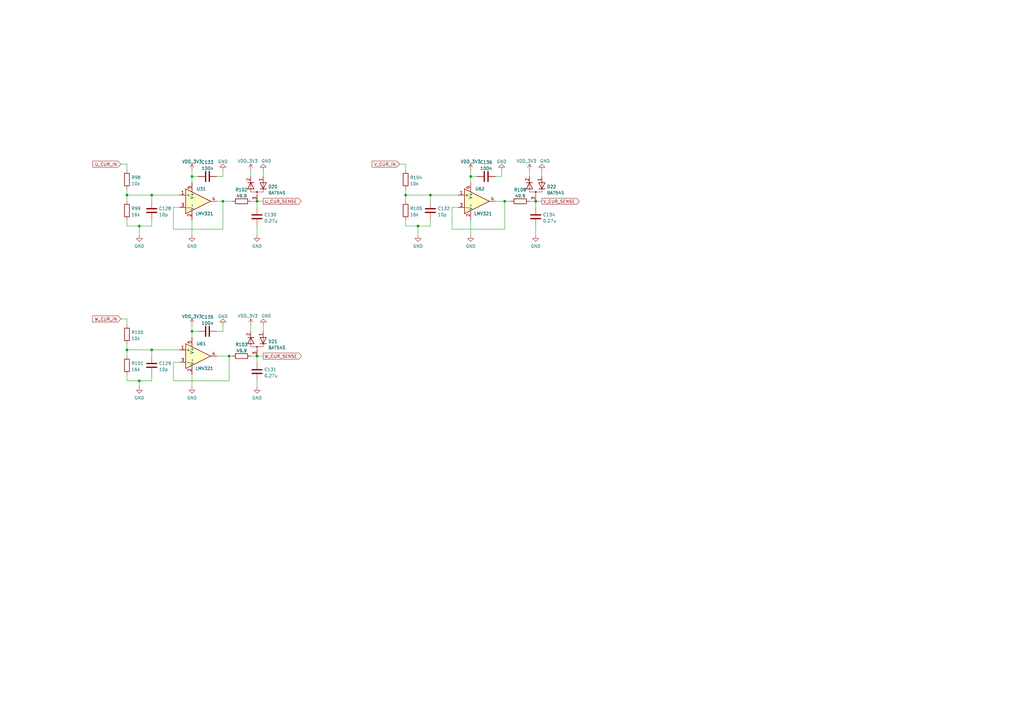
<source format=kicad_sch>
(kicad_sch (version 20231120) (generator "eeschema") (generator_version "8.0")
  (paper "A3")
  (lib_symbols
    (symbol "Amplifier_Operational:LMV321" (pin_names (offset 0.127))
      (property "Reference" "U" (at 0 5.08 0))
      (property "Value" "LMV321" (at 0 -5.08 0))
      (symbol "LMV321_0_1"
        (polyline (pts (xy -5.08 5.08) (xy 5.08 0) (xy -5.08 -5.08) (xy -5.08 5.08)) (stroke (width 0.254)) (fill (type background)))
        (pin power_in line (at -2.54 -7.62 90) (length 3.81) (name "V-") (number "2"))
        (pin power_in line (at -2.54 7.62 270) (length 3.81) (name "V+") (number "5"))
      )
      (symbol "LMV321_1_1"
        (pin input line (at -7.62 2.54 0) (length 2.54) (name "+") (number "1"))
        (pin input line (at -7.62 -2.54 0) (length 2.54) (name "-") (number "3"))
        (pin output line (at 7.62 0 180) (length 2.54) (name "~") (number "4"))
      )
    )
    (symbol "Device:C" (pin_numbers hide) (pin_names (offset 0.254))
      (property "Reference" "C" (at 0.635 2.54 0))
      (property "Value" "C" (at 0.635 -2.54 0))
      (symbol "C_0_1"
        (polyline (pts (xy -2.032 -0.762) (xy 2.032 -0.762)) (stroke (width 0.508)))
        (polyline (pts (xy -2.032 0.762) (xy 2.032 0.762)) (stroke (width 0.508)))
      )
      (symbol "C_1_1"
        (pin passive line (at 0 3.81 270) (length 2.794) (name "~") (number "1"))
        (pin passive line (at 0 -3.81 90) (length 2.794) (name "~") (number "2"))
      )
    )
    (symbol "Device:D_Dual_Series_AKC_Parallel" (pin_names (offset 0.762) hide)
      (property "Reference" "D" (at 0 5.08 0))
      (property "Value" "D_Dual_Series_AKC_Parallel" (at 0 -5.08 0))
      (symbol "D_Dual_Series_AKC_Parallel_0_0"
        (polyline (pts (xy 0 -1.27) (xy 0 -3.81)) (stroke (width 0.254)))
        (polyline (pts (xy 2.54 3.81) (xy 2.54 1.27)) (stroke (width 0.254)))
      )
      (symbol "D_Dual_Series_AKC_Parallel_0_1"
        (circle (center -1.27 0) (radius 0.254) (fill (type outline)))
        (polyline (pts (xy -1.27 0) (xy -2.54 0)))
        (polyline (pts (xy 2.54 2.54) (xy -1.27 2.54) (xy -1.27 -2.54) (xy 2.54 -2.54)))
        (polyline (pts (xy 0 3.81) (xy 2.54 2.54) (xy 0 1.27) (xy 0 3.81) (xy 0 3.81) (xy 0 3.81)) (stroke (width 0.254)))
        (polyline (pts (xy 2.54 -1.27) (xy 0 -2.54) (xy 2.54 -3.81) (xy 2.54 -1.27) (xy 2.54 -1.27) (xy 2.54 -1.27)) (stroke (width 0.254)))
        (pin passive line (at 5.08 -2.54 180) (length 2.54) (name "K") (number "1"))
        (pin passive line (at 5.08 2.54 180) (length 2.54) (name "K") (number "2"))
        (pin passive line (at -5.08 0 0) (length 2.54) (name "A") (number "3"))
      )
    )
    (symbol "Device:R" (pin_numbers hide) (pin_names (offset 0))
      (property "Reference" "R" (at 2.032 0 90))
      (property "Value" "R" (at 0 0 90))
      (symbol "R_0_1"
        (rectangle (start -1.016 -2.54) (end 1.016 2.54) (stroke (width 0.254)))
      )
      (symbol "R_1_1"
        (pin passive line (at 0 3.81 270) (length 1.27) (name "~") (number "1"))
        (pin passive line (at 0 -3.81 90) (length 1.27) (name "~") (number "2"))
      )
    )
    (symbol "Project_Library:VDD_3V3" (power) (pin_names (offset 0))
      (property "Value" "VDD_3V3" (at 0 3.81 0))
      (symbol "VDD_3V3_0_1"
        (polyline (pts (xy -0.762 1.27) (xy 0 2.54)))
        (polyline (pts (xy 0 0) (xy 0 2.54)))
        (polyline (pts (xy 0 2.54) (xy 0.762 1.27)))
      )
      (symbol "VDD_3V3_1_1"
        (pin power_in line (at 0 0 90) (length 0) hide (name "VDD_3V3") (number "1"))
      )
    )
    (symbol "power:GND" (power) (pin_names (offset 0))
      (property "Value" "GND" (at 0 -3.81 0))
      (symbol "GND_0_1"
        (polyline (pts (xy 0 0) (xy 0 -1.27) (xy 1.27 -1.27) (xy 0 -2.54) (xy -1.27 -1.27) (xy 0 -1.27)))
      )
      (symbol "GND_1_1"
        (pin power_in line (at 0 0 270) (length 0) hide (name "GND") (number "1"))
      )
    )
  )
  (junction (at 91.44 82.55))
  (junction (at 166.37 80.01))
  (junction (at 176.53 80.01))
  (junction (at 105.41 146.05))
  (junction (at 78.74 72.39))
  (junction (at 207.01 82.55))
  (junction (at 57.15 92.71))
  (junction (at 57.15 156.21))
  (junction (at 52.07 143.51))
  (junction (at 105.41 82.55))
  (junction (at 52.07 80.01))
  (junction (at 171.45 92.71))
  (junction (at 219.71 82.55))
  (junction (at 78.74 135.89))
  (junction (at 93.98 146.05))
  (junction (at 62.23 80.01))
  (junction (at 62.23 143.51))
  (junction (at 193.04 72.39))
  (wire (pts (xy 88.9 82.55) (xy 91.44 82.55)))
  (wire (pts (xy 52.07 153.67) (xy 52.07 156.21)))
  (wire (pts (xy 105.41 148.59) (xy 105.41 146.05)))
  (wire (pts (xy 93.98 146.05) (xy 93.98 156.21)))
  (wire (pts (xy 52.07 156.21) (xy 57.15 156.21)))
  (wire (pts (xy 57.15 158.75) (xy 57.15 156.21)))
  (wire (pts (xy 166.37 80.01) (xy 176.53 80.01)))
  (wire (pts (xy 171.45 96.52) (xy 171.45 92.71)))
  (wire (pts (xy 78.74 133.35) (xy 78.74 135.89)))
  (wire (pts (xy 62.23 90.17) (xy 62.23 92.71)))
  (wire (pts (xy 88.9 135.89) (xy 91.44 135.89)))
  (wire (pts (xy 176.53 80.01) (xy 187.96 80.01)))
  (wire (pts (xy 207.01 93.98) (xy 207.01 82.55)))
  (wire (pts (xy 71.12 85.09) (xy 71.12 93.98)))
  (wire (pts (xy 102.87 146.05) (xy 105.41 146.05)))
  (wire (pts (xy 81.28 135.89) (xy 78.74 135.89)))
  (wire (pts (xy 81.28 72.39) (xy 78.74 72.39)))
  (wire (pts (xy 52.07 92.71) (xy 57.15 92.71)))
  (wire (pts (xy 166.37 69.85) (xy 166.37 67.31)))
  (wire (pts (xy 205.74 72.39) (xy 205.74 69.85)))
  (wire (pts (xy 219.71 85.09) (xy 219.71 82.55)))
  (wire (pts (xy 88.9 146.05) (xy 93.98 146.05)))
  (wire (pts (xy 62.23 80.01) (xy 73.66 80.01)))
  (wire (pts (xy 203.2 82.55) (xy 207.01 82.55)))
  (wire (pts (xy 193.04 90.17) (xy 193.04 96.52)))
  (wire (pts (xy 91.44 82.55) (xy 95.25 82.55)))
  (wire (pts (xy 185.42 93.98) (xy 207.01 93.98)))
  (wire (pts (xy 105.41 85.09) (xy 105.41 82.55)))
  (wire (pts (xy 91.44 93.98) (xy 91.44 82.55)))
  (wire (pts (xy 52.07 143.51) (xy 52.07 146.05)))
  (wire (pts (xy 203.2 72.39) (xy 205.74 72.39)))
  (wire (pts (xy 193.04 69.85) (xy 193.04 72.39)))
  (wire (pts (xy 71.12 93.98) (xy 91.44 93.98)))
  (wire (pts (xy 193.04 72.39) (xy 193.04 74.93)))
  (wire (pts (xy 78.74 72.39) (xy 78.74 74.93)))
  (wire (pts (xy 62.23 143.51) (xy 73.66 143.51)))
  (wire (pts (xy 105.41 82.55) (xy 107.95 82.55)))
  (wire (pts (xy 52.07 143.51) (xy 62.23 143.51)))
  (wire (pts (xy 93.98 146.05) (xy 95.25 146.05)))
  (wire (pts (xy 195.58 72.39) (xy 193.04 72.39)))
  (wire (pts (xy 78.74 90.17) (xy 78.74 96.52)))
  (wire (pts (xy 57.15 96.52) (xy 57.15 92.71)))
  (wire (pts (xy 176.53 90.17) (xy 176.53 92.71)))
  (wire (pts (xy 62.23 143.51) (xy 62.23 146.05)))
  (wire (pts (xy 102.87 82.55) (xy 105.41 82.55)))
  (wire (pts (xy 105.41 146.05) (xy 107.95 146.05)))
  (wire (pts (xy 105.41 156.21) (xy 105.41 158.75)))
  (wire (pts (xy 57.15 92.71) (xy 62.23 92.71)))
  (wire (pts (xy 52.07 77.47) (xy 52.07 80.01)))
  (wire (pts (xy 102.87 133.35) (xy 102.87 135.89)))
  (wire (pts (xy 52.07 130.81) (xy 49.53 130.81)))
  (wire (pts (xy 166.37 90.17) (xy 166.37 92.71)))
  (wire (pts (xy 219.71 92.71) (xy 219.71 96.52)))
  (wire (pts (xy 52.07 80.01) (xy 62.23 80.01)))
  (wire (pts (xy 71.12 148.59) (xy 73.66 148.59)))
  (wire (pts (xy 166.37 67.31) (xy 163.83 67.31)))
  (wire (pts (xy 185.42 85.09) (xy 187.96 85.09)))
  (wire (pts (xy 171.45 92.71) (xy 176.53 92.71)))
  (wire (pts (xy 91.44 135.89) (xy 91.44 133.35)))
  (wire (pts (xy 52.07 80.01) (xy 52.07 82.55)))
  (wire (pts (xy 166.37 80.01) (xy 166.37 82.55)))
  (wire (pts (xy 88.9 72.39) (xy 91.44 72.39)))
  (wire (pts (xy 71.12 148.59) (xy 71.12 156.21)))
  (wire (pts (xy 219.71 82.55) (xy 222.25 82.55)))
  (wire (pts (xy 52.07 140.97) (xy 52.07 143.51)))
  (wire (pts (xy 62.23 153.67) (xy 62.23 156.21)))
  (wire (pts (xy 222.25 69.85) (xy 222.25 72.39)))
  (wire (pts (xy 78.74 69.85) (xy 78.74 72.39)))
  (wire (pts (xy 176.53 80.01) (xy 176.53 82.55)))
  (wire (pts (xy 52.07 67.31) (xy 49.53 67.31)))
  (wire (pts (xy 78.74 153.67) (xy 78.74 158.75)))
  (wire (pts (xy 185.42 85.09) (xy 185.42 93.98)))
  (wire (pts (xy 105.41 92.71) (xy 105.41 96.52)))
  (wire (pts (xy 217.17 69.85) (xy 217.17 72.39)))
  (wire (pts (xy 52.07 90.17) (xy 52.07 92.71)))
  (wire (pts (xy 71.12 85.09) (xy 73.66 85.09)))
  (wire (pts (xy 91.44 72.39) (xy 91.44 69.85)))
  (wire (pts (xy 166.37 77.47) (xy 166.37 80.01)))
  (wire (pts (xy 217.17 82.55) (xy 219.71 82.55)))
  (wire (pts (xy 71.12 156.21) (xy 93.98 156.21)))
  (wire (pts (xy 102.87 69.85) (xy 102.87 72.39)))
  (wire (pts (xy 107.95 69.85) (xy 107.95 72.39)))
  (wire (pts (xy 57.15 156.21) (xy 62.23 156.21)))
  (wire (pts (xy 166.37 92.71) (xy 171.45 92.71)))
  (wire (pts (xy 52.07 69.85) (xy 52.07 67.31)))
  (wire (pts (xy 107.95 133.35) (xy 107.95 135.89)))
  (wire (pts (xy 52.07 133.35) (xy 52.07 130.81)))
  (wire (pts (xy 207.01 82.55) (xy 209.55 82.55)))
  (wire (pts (xy 78.74 135.89) (xy 78.74 138.43)))
  (wire (pts (xy 62.23 80.01) (xy 62.23 82.55)))
  (global_label "V_CUR_SENSE" (shape output) (at 222.25 82.55 0) (property "Intersheetrefs" "${INTERSHEET_REFS}" (effects (hide yes))))
  (global_label "W_CUR_SENSE" (shape output) (at 107.95 146.05 0) (property "Intersheetrefs" "${INTERSHEET_REFS}" (effects (hide yes))))
  (global_label "U_CUR_IN" (shape input) (at 49.53 67.31 180) (property "Intersheetrefs" "${INTERSHEET_REFS}" (effects (hide yes))))
  (global_label "W_CUR_IN" (shape input) (at 49.53 130.81 180) (property "Intersheetrefs" "${INTERSHEET_REFS}" (effects (hide yes))))
  (global_label "V_CUR_IN" (shape input) (at 163.83 67.31 180) (property "Intersheetrefs" "${INTERSHEET_REFS}" (effects (hide yes))))
  (global_label "U_CUR_SENSE" (shape output) (at 107.95 82.55 0) (property "Intersheetrefs" "${INTERSHEET_REFS}" (effects (hide yes))))
  (symbol (lib_id "power:GND") (at 219.71 96.52 0) (unit 1)
    (property "Reference" "#PWR0389" (effects (hide yes)))
    (property "Value" "GND" (at 219.71 100.9634 0))
  )
  (symbol (lib_id "Device:R") (at 99.06 82.55 90) (unit 1)
    (property "Reference" "R102" (at 99.06 77.8342 90))
    (property "Value" "49.9" (at 99.06 80.3711 90))
    (property "Footprint" "Resistor_SMD:R_0603_1608Metric" (effects (hide yes)))
  )
  (symbol (lib_id "Device:R") (at 52.07 86.36 0) (unit 1)
    (property "Reference" "R99" (at 53.848 85.5253 0) (effects (justify left)))
    (property "Value" "16k" (at 53.848 88.0622 0) (effects (justify left)))
    (property "Footprint" "Resistor_SMD:R_0603_1608Metric" (effects (hide yes)))
  )
  (symbol (lib_id "power:GND") (at 78.74 158.75 0) (unit 1)
    (property "Reference" "#PWR0167" (effects (hide yes)))
    (property "Value" "GND" (at 78.74 163.1934 0))
  )
  (symbol (lib_id "Device:R") (at 52.07 149.86 0) (unit 1)
    (property "Reference" "R101" (at 53.848 149.0253 0) (effects (justify left)))
    (property "Value" "16k" (at 53.848 151.5622 0) (effects (justify left)))
    (property "Footprint" "Resistor_SMD:R_0603_1608Metric" (effects (hide yes)))
  )
  (symbol (lib_id "power:GND") (at 105.41 158.75 0) (unit 1)
    (property "Reference" "#PWR0165" (effects (hide yes)))
    (property "Value" "GND" (at 105.41 163.1934 0))
  )
  (symbol (lib_id "Device:R") (at 166.37 86.36 0) (unit 1)
    (property "Reference" "R105" (at 168.148 85.5253 0) (effects (justify left)))
    (property "Value" "16k" (at 168.148 88.0622 0) (effects (justify left)))
    (property "Footprint" "Resistor_SMD:R_0603_1608Metric" (effects (hide yes)))
  )
  (symbol (lib_id "Device:R") (at 166.37 73.66 0) (unit 1)
    (property "Reference" "R104" (at 168.148 72.8253 0) (effects (justify left)))
    (property "Value" "10k" (at 168.148 75.3622 0) (effects (justify left)))
    (property "Footprint" "Resistor_SMD:R_0603_1608Metric" (effects (hide yes)))
  )
  (symbol (lib_id "Amplifier_Operational:LMV321") (at 195.58 82.55 0) (unit 1)
    (property "Reference" "U62" (at 196.85 77.47 0))
    (property "Value" "LMV321" (at 198.12 87.63 0))
    (property "Footprint" "Package_TO_SOT_SMD:SOT-23-5" (effects (hide yes)))
    (property "Datasheet" "http://www.ti.com/lit/ds/symlink/lmv324.pdf" (effects (hide yes)))
  )
  (symbol (lib_id "Device:D_Dual_Series_AKC_Parallel") (at 105.41 140.97 90) (unit 1)
    (property "Reference" "D21" (at 109.982 140.0718 90) (effects (justify right)))
    (property "Value" "BAT54S" (at 109.982 142.6087 90) (effects (justify right)))
    (property "Footprint" "Package_TO_SOT_SMD:SOT-23" (effects (hide yes)))
  )
  (symbol (lib_id "Device:C") (at 62.23 86.36 0) (unit 1)
    (property "Reference" "C128" (at 65.151 85.5253 0) (effects (justify left)))
    (property "Value" "10p" (at 65.151 88.0622 0) (effects (justify left)))
    (property "Footprint" "Capacitor_SMD:C_0603_1608Metric" (effects (hide yes)))
  )
  (symbol (lib_id "power:GND") (at 205.74 69.85 180) (unit 1)
    (property "Reference" "#PWR0194" (effects (hide yes)))
    (property "Value" "GND" (at 205.74 66.2742 0))
  )
  (symbol (lib_id "Project_Library:VDD_3V3") (at 193.04 69.85 0) (unit 1)
    (property "Reference" "#PWR0387" (effects (hide yes)))
    (property "Value" "VDD_3V3" (at 193.04 66.2742 0))
  )
  (symbol (lib_id "power:GND") (at 171.45 96.52 0) (unit 1)
    (property "Reference" "#PWR0190" (effects (hide yes)))
    (property "Value" "GND" (at 171.45 100.9634 0))
  )
  (symbol (lib_id "Device:C") (at 62.23 149.86 0) (unit 1)
    (property "Reference" "C129" (at 65.151 149.0253 0) (effects (justify left)))
    (property "Value" "10p" (at 65.151 151.5622 0) (effects (justify left)))
    (property "Footprint" "Capacitor_SMD:C_0603_1608Metric" (effects (hide yes)))
  )
  (symbol (lib_id "Project_Library:VDD_3V3") (at 78.74 133.35 0) (unit 1)
    (property "Reference" "#PWR0180" (effects (hide yes)))
    (property "Value" "VDD_3V3" (at 78.74 129.7742 0))
  )
  (symbol (lib_id "Device:C") (at 85.09 72.39 90) (unit 1)
    (property "Reference" "C133" (at 85.09 66.5312 90))
    (property "Value" "100n" (at 85.09 69.0681 90))
    (property "Footprint" "Capacitor_SMD:C_0603_1608Metric" (effects (hide yes)))
  )
  (symbol (lib_id "power:GND") (at 107.95 133.35 180) (unit 1)
    (property "Reference" "#PWR0169" (effects (hide yes)))
    (property "Value" "GND" (at 109.22 129.54 0))
  )
  (symbol (lib_id "Device:D_Dual_Series_AKC_Parallel") (at 219.71 77.47 90) (unit 1)
    (property "Reference" "D22" (at 224.282 76.5718 90) (effects (justify right)))
    (property "Value" "BAT54S" (at 224.282 79.1087 90) (effects (justify right)))
    (property "Footprint" "Package_TO_SOT_SMD:SOT-23" (effects (hide yes)))
  )
  (symbol (lib_id "power:GND") (at 57.15 158.75 0) (unit 1)
    (property "Reference" "#PWR0182" (effects (hide yes)))
    (property "Value" "GND" (at 57.15 163.1934 0))
  )
  (symbol (lib_id "Project_Library:VDD_3V3") (at 78.74 69.85 0) (unit 1)
    (property "Reference" "#PWR0187" (effects (hide yes)))
    (property "Value" "VDD_3V3" (at 78.74 66.2742 0))
  )
  (symbol (lib_id "Project_Library:VDD_3V3") (at 102.87 69.85 0) (unit 1)
    (property "Reference" "#PWR0188" (effects (hide yes)))
    (property "Value" "VDD_3V3" (at 101.6 66.04 0))
  )
  (symbol (lib_id "Device:C") (at 105.41 88.9 0) (unit 1)
    (property "Reference" "C130" (at 108.331 88.0653 0) (effects (justify left)))
    (property "Value" "0.27u" (at 108.331 90.6022 0) (effects (justify left)))
    (property "Footprint" "Capacitor_SMD:C_0603_1608Metric" (effects (hide yes)))
  )
  (symbol (lib_id "Device:C") (at 199.39 72.39 90) (unit 1)
    (property "Reference" "C136" (at 199.39 66.5312 90))
    (property "Value" "100n" (at 199.39 69.0681 90))
    (property "Footprint" "Capacitor_SMD:C_0603_1608Metric" (effects (hide yes)))
  )
  (symbol (lib_id "Device:R") (at 213.36 82.55 90) (unit 1)
    (property "Reference" "R108" (at 213.36 77.8342 90))
    (property "Value" "49.9" (at 213.36 80.3711 90))
    (property "Footprint" "Resistor_SMD:R_0603_1608Metric" (effects (hide yes)))
  )
  (symbol (lib_id "power:GND") (at 107.95 69.85 180) (unit 1)
    (property "Reference" "#PWR0189" (effects (hide yes)))
    (property "Value" "GND" (at 109.22 66.04 0))
  )
  (symbol (lib_id "Project_Library:VDD_3V3") (at 102.87 133.35 0) (unit 1)
    (property "Reference" "#PWR0170" (effects (hide yes)))
    (property "Value" "VDD_3V3" (at 101.6 129.54 0))
  )
  (symbol (lib_id "Device:R") (at 52.07 73.66 0) (unit 1)
    (property "Reference" "R98" (at 53.848 72.8253 0) (effects (justify left)))
    (property "Value" "10k" (at 53.848 75.3622 0) (effects (justify left)))
    (property "Footprint" "Resistor_SMD:R_0603_1608Metric" (effects (hide yes)))
  )
  (symbol (lib_id "Device:R") (at 52.07 137.16 0) (unit 1)
    (property "Reference" "R100" (at 53.848 136.3253 0) (effects (justify left)))
    (property "Value" "10k" (at 53.848 138.8622 0) (effects (justify left)))
    (property "Footprint" "Resistor_SMD:R_0603_1608Metric" (effects (hide yes)))
  )
  (symbol (lib_id "Amplifier_Operational:LMV321") (at 81.28 82.55 0) (unit 1)
    (property "Reference" "U31" (at 82.55 77.47 0))
    (property "Value" "LMV321" (at 83.82 87.63 0))
    (property "Footprint" "Package_TO_SOT_SMD:SOT-23-5" (effects (hide yes)))
    (property "Datasheet" "http://www.ti.com/lit/ds/symlink/lmv324.pdf" (effects (hide yes)))
  )
  (symbol (lib_id "Amplifier_Operational:LMV321") (at 81.28 146.05 0) (unit 1)
    (property "Reference" "U61" (at 82.55 140.97 0))
    (property "Value" "LMV321" (at 83.82 151.13 0))
    (property "Footprint" "Package_TO_SOT_SMD:SOT-23-5" (effects (hide yes)))
    (property "Datasheet" "http://www.ti.com/lit/ds/symlink/lmv324.pdf" (effects (hide yes)))
  )
  (symbol (lib_id "power:GND") (at 91.44 133.35 180) (unit 1)
    (property "Reference" "#PWR0181" (effects (hide yes)))
    (property "Value" "GND" (at 91.44 129.7742 0))
  )
  (symbol (lib_id "Device:C") (at 85.09 135.89 90) (unit 1)
    (property "Reference" "C135" (at 85.09 130.0312 90))
    (property "Value" "100n" (at 85.09 132.5681 90))
    (property "Footprint" "Capacitor_SMD:C_0603_1608Metric" (effects (hide yes)))
  )
  (symbol (lib_id "power:GND") (at 78.74 96.52 0) (unit 1)
    (property "Reference" "#PWR0171" (effects (hide yes)))
    (property "Value" "GND" (at 78.74 100.9634 0))
  )
  (symbol (lib_id "Device:D_Dual_Series_AKC_Parallel") (at 105.41 77.47 90) (unit 1)
    (property "Reference" "D20" (at 109.982 76.5718 90) (effects (justify right)))
    (property "Value" "BAT54S" (at 109.982 79.1087 90) (effects (justify right)))
    (property "Footprint" "Package_TO_SOT_SMD:SOT-23" (effects (hide yes)))
  )
  (symbol (lib_id "Device:R") (at 99.06 146.05 90) (unit 1)
    (property "Reference" "R103" (at 99.06 141.3342 90))
    (property "Value" "49.9" (at 99.06 143.8711 90))
    (property "Footprint" "Resistor_SMD:R_0603_1608Metric" (effects (hide yes)))
  )
  (symbol (lib_id "Project_Library:VDD_3V3") (at 217.17 69.85 0) (unit 1)
    (property "Reference" "#PWR0195" (effects (hide yes)))
    (property "Value" "VDD_3V3" (at 215.9 66.04 0))
  )
  (symbol (lib_id "power:GND") (at 222.25 69.85 180) (unit 1)
    (property "Reference" "#PWR0196" (effects (hide yes)))
    (property "Value" "GND" (at 223.52 66.04 0))
  )
  (symbol (lib_id "power:GND") (at 193.04 96.52 0) (unit 1)
    (property "Reference" "#PWR0388" (effects (hide yes)))
    (property "Value" "GND" (at 193.04 100.9634 0))
  )
  (symbol (lib_id "power:GND") (at 57.15 96.52 0) (unit 1)
    (property "Reference" "#PWR0172" (effects (hide yes)))
    (property "Value" "GND" (at 57.15 100.9634 0))
  )
  (symbol (lib_id "Device:C") (at 176.53 86.36 0) (unit 1)
    (property "Reference" "C132" (at 179.451 85.5253 0) (effects (justify left)))
    (property "Value" "10p" (at 179.451 88.0622 0) (effects (justify left)))
    (property "Footprint" "Capacitor_SMD:C_0603_1608Metric" (effects (hide yes)))
  )
  (symbol (lib_id "power:GND") (at 105.41 96.52 0) (unit 1)
    (property "Reference" "#PWR0168" (effects (hide yes)))
    (property "Value" "GND" (at 105.41 100.9634 0))
  )
  (symbol (lib_id "Device:C") (at 219.71 88.9 0) (unit 1)
    (property "Reference" "C134" (at 222.631 88.0653 0) (effects (justify left)))
    (property "Value" "0.27u" (at 222.631 90.6022 0) (effects (justify left)))
    (property "Footprint" "Capacitor_SMD:C_0603_1608Metric" (effects (hide yes)))
  )
  (symbol (lib_id "power:GND") (at 91.44 69.85 180) (unit 1)
    (property "Reference" "#PWR0186" (effects (hide yes)))
    (property "Value" "GND" (at 91.44 66.2742 0))
  )
  (symbol (lib_id "Device:C") (at 105.41 152.4 0) (unit 1)
    (property "Reference" "C131" (at 108.331 151.5653 0) (effects (justify left)))
    (property "Value" "0.27u" (at 108.331 154.1022 0) (effects (justify left)))
    (property "Footprint" "Capacitor_SMD:C_0603_1608Metric" (effects (hide yes)))
  )
)
</source>
